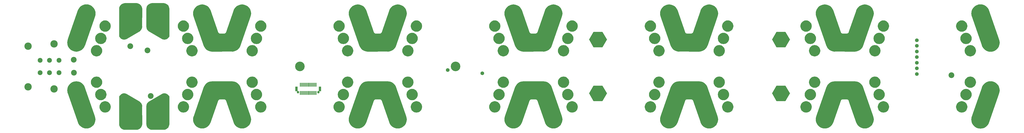
<source format=gts>
%FSDAX25Y25*%
%MOIN*%
%SFA1B1*%

%IPPOS*%
%ADD37R,0.041340X0.080710*%
%ADD38R,0.016140X0.069290*%
%ADD39C,0.100390*%
%ADD40C,0.043310*%
%ADD41C,0.084650*%
%ADD42C,0.064840*%
%ADD43C,0.127950*%
%ADD44C,0.167320*%
%ADD45C,0.064960*%
%LNbigstructuralpcb-1*%
%LPD*%
G36*
X0403117Y0287336D02*
X0404973Y0286773D01*
X0406683Y0285859*
X0408181Y0284629*
X0409411Y0283130*
X0410325Y0281420*
X0410888Y0279565*
X0411078Y0277635*
X0410888Y0275706*
X0410325Y0273851*
X0409411Y0272141*
X0408181Y0270642*
X0406683Y0269412*
X0404973Y0268498*
X0403117Y0267935*
X0401188Y0267745*
X0399258Y0267935*
X0397403Y0268498*
X0395693Y0269412*
X0394195Y0270642*
X0392965Y0272141*
X0392051Y0273851*
X0391488Y0275706*
X0391298Y0277635*
X0391488Y0279565*
X0392051Y0281420*
X0392965Y0283130*
X0394195Y0284629*
X0395693Y0285859*
X0397403Y0286773*
X0399258Y0287336*
X0401188Y0287526*
X0403117Y0287336*
G37*
G36*
X0236566D02*
X0238421Y0286773D01*
X0240131Y0285859*
X0241630Y0284629*
X0242860Y0283130*
X0243774Y0281420*
X0244336Y0279565*
X0244527Y0277635*
X0244336Y0275706*
X0243774Y0273851*
X0242860Y0272141*
X0241630Y0270642*
X0240131Y0269412*
X0238421Y0268498*
X0236566Y0267935*
X0234636Y0267745*
X0232707Y0267935*
X0230852Y0268498*
X0229142Y0269412*
X0227643Y0270642*
X0226413Y0272141*
X0225499Y0273851*
X0224936Y0275706*
X0224746Y0277635*
X0224936Y0279565*
X0225499Y0281420*
X0226413Y0283130*
X0227643Y0284629*
X0229142Y0285859*
X0230852Y0286773*
X0232707Y0287336*
X0234636Y0287526*
X0236566Y0287336*
G37*
G36*
X1797255Y0279203D02*
X1799695Y0278617D01*
X1802014Y0277657*
X1804154Y0276345*
X1806063Y0274715*
X1807693Y0272806*
X1809005Y0270666*
X1809965Y0268347*
X1810551Y0265907*
X1810748Y0263404*
X1810551Y0260902*
X1809965Y0258461*
X1809846Y0258173*
X1809820Y0258183*
X1809819*
X1809820*
X1809819Y0258181*
Y0258183*
Y0258181*
X1792213Y0207378*
X1792212Y0207377*
X1792213Y0207378*
Y0207377*
Y0207378*
X1792239Y0207367*
X1791398Y0205336*
X1790086Y0203196*
X1788456Y0201288*
X1786547Y0199657*
X1784407Y0198346*
X1782088Y0197386*
X1779648Y0196800*
X1777145Y0196603*
X1774643Y0196800*
X1772202Y0197386*
X1771914Y0197505*
X1769883Y0198346*
X1767743Y0199657*
X1765835Y0201288*
X1764204Y0203196*
X1762893Y0205336*
X1761933Y0207655*
X1761346Y0210096*
X1761150Y0212598*
X1761346Y0215101*
X1761933Y0217541*
X1762052Y0217829*
X1762078Y0217821*
Y0217820*
Y0217821*
X1779684Y0268625*
X1779685Y0268626*
X1779659Y0268635*
X1780500Y0270666*
X1781811Y0272806*
X1783442Y0274715*
X1785350Y0276345*
X1787490Y0277657*
X1789809Y0278617*
X1792250Y0279203*
X1794752Y0279400*
X1797255Y0279203*
G37*
G36*
X0779873Y0287336D02*
X0781729Y0286773D01*
X0783438Y0285859*
X0784937Y0284629*
X0786167Y0283130*
X0787081Y0281420*
X0787644Y0279565*
X0787834Y0277635*
X0787644Y0275706*
X0787081Y0273851*
X0786167Y0272141*
X0784937Y0270642*
X0783438Y0269412*
X0781729Y0268498*
X0779873Y0267935*
X0777944Y0267745*
X0776014Y0267935*
X0774159Y0268498*
X0772449Y0269412*
X0770950Y0270642*
X0769720Y0272141*
X0768806Y0273851*
X0768244Y0275706*
X0768053Y0277635*
X0768244Y0279565*
X0768806Y0281420*
X0769720Y0283130*
X0770950Y0284629*
X0772449Y0285859*
X0774159Y0286773*
X0776014Y0287336*
X0777944Y0287526*
X0779873Y0287336*
G37*
G36*
X0674771D02*
X0676626Y0286773D01*
X0678336Y0285859*
X0679835Y0284629*
X0681065Y0283130*
X0681979Y0281420*
X0682542Y0279565*
X0682732Y0277635*
X0682542Y0275706*
X0681979Y0273851*
X0681065Y0272141*
X0679835Y0270642*
X0678336Y0269412*
X0676626Y0268498*
X0674771Y0267935*
X0672842Y0267745*
X0670912Y0267935*
X0669057Y0268498*
X0667347Y0269412*
X0665848Y0270642*
X0664618Y0272141*
X0663704Y0273851*
X0663141Y0275706*
X0662952Y0277635*
X0663141Y0279565*
X0663704Y0281420*
X0664618Y0283130*
X0665848Y0284629*
X0667347Y0285859*
X0669057Y0286773*
X0670912Y0287336*
X0672842Y0287526*
X0674771Y0287336*
G37*
G36*
X0508219D02*
X0510075Y0286773D01*
X0511785Y0285859*
X0513283Y0284629*
X0514513Y0283130*
X0515427Y0281420*
X0515990Y0279565*
X0516180Y0277635*
X0515990Y0275706*
X0515427Y0273851*
X0514513Y0272141*
X0513283Y0270642*
X0511785Y0269412*
X0510075Y0268498*
X0508219Y0267935*
X0506290Y0267745*
X0504360Y0267935*
X0502505Y0268498*
X0500795Y0269412*
X0499297Y0270642*
X0498067Y0272141*
X0497153Y0273851*
X0496590Y0275706*
X0496400Y0277635*
X0496590Y0279565*
X0497153Y0281420*
X0498067Y0283130*
X0499297Y0284629*
X0500795Y0285859*
X0502505Y0286773*
X0504360Y0287336*
X0506290Y0287526*
X0508219Y0287336*
G37*
G36*
X1330649Y0265784D02*
X1332505Y0265221D01*
X1334215Y0264307*
X1335713Y0263077*
X1336943Y0261578*
X1337857Y0259869*
X1338420Y0258013*
X1338610Y0256084*
X1338420Y0254154*
X1337857Y0252299*
X1336943Y0250589*
X1335713Y0249090*
X1334215Y0247860*
X1332505Y0246946*
X1330649Y0246384*
X1328720Y0246194*
X1326791Y0246384*
X1324935Y0246946*
X1323225Y0247860*
X1321727Y0249090*
X1320497Y0250589*
X1319583Y0252299*
X1319020Y0254154*
X1318830Y0256084*
X1319020Y0258013*
X1319583Y0259869*
X1320497Y0261578*
X1321727Y0263077*
X1323225Y0264307*
X1324935Y0265221*
X1326791Y0265784*
X1328720Y0265974*
X1330649Y0265784*
G37*
G36*
X1210610D02*
X1212465Y0265221D01*
X1214175Y0264307*
X1215674Y0263077*
X1216904Y0261578*
X1217817Y0259869*
X1218380Y0258013*
X1218570Y0256084*
X1218380Y0254154*
X1217817Y0252299*
X1216904Y0250589*
X1215674Y0249090*
X1214175Y0247860*
X1212465Y0246946*
X1210610Y0246384*
X1208680Y0246194*
X1206751Y0246384*
X1204895Y0246946*
X1203185Y0247860*
X1201687Y0249090*
X1200457Y0250589*
X1199543Y0252299*
X1198980Y0254154*
X1198790Y0256084*
X1198980Y0258013*
X1199543Y0259869*
X1200457Y0261578*
X1201687Y0263077*
X1203185Y0264307*
X1204895Y0265221*
X1206751Y0265784*
X1208680Y0265974*
X1210610Y0265784*
G37*
G36*
X1058996D02*
X1060851Y0265221D01*
X1062561Y0264307*
X1064060Y0263077*
X1065290Y0261578*
X1066203Y0259869*
X1066766Y0258013*
X1066956Y0256084*
X1066766Y0254154*
X1066203Y0252299*
X1065290Y0250589*
X1064060Y0249090*
X1062561Y0247860*
X1060851Y0246946*
X1058996Y0246384*
X1057066Y0246194*
X1055137Y0246384*
X1053281Y0246946*
X1051572Y0247860*
X1050073Y0249090*
X1048843Y0250589*
X1047929Y0252299*
X1047366Y0254154*
X1047176Y0256084*
X1047366Y0258013*
X1047929Y0259869*
X1048843Y0261578*
X1050073Y0263077*
X1051572Y0264307*
X1053281Y0265221*
X1055137Y0265784*
X1057066Y0265974*
X1058996Y0265784*
G37*
G36*
X1753917D02*
X1755772Y0265221D01*
X1757482Y0264307*
X1758981Y0263077*
X1760211Y0261578*
X1761125Y0259869*
X1761688Y0258013*
X1761878Y0256084*
X1761688Y0254154*
X1761125Y0252299*
X1760211Y0250589*
X1758981Y0249090*
X1757482Y0247860*
X1755772Y0246946*
X1753917Y0246384*
X1751988Y0246194*
X1750058Y0246384*
X1748203Y0246946*
X1746493Y0247860*
X1744994Y0249090*
X1743764Y0250589*
X1742850Y0252299*
X1742287Y0254154*
X1742097Y0256084*
X1742287Y0258013*
X1742850Y0259869*
X1743764Y0261578*
X1744994Y0263077*
X1746493Y0264307*
X1748203Y0265221*
X1750058Y0265784*
X1751988Y0265974*
X1753917Y0265784*
G37*
G36*
X1602303D02*
X1604158Y0265221D01*
X1605868Y0264307*
X1607367Y0263077*
X1608597Y0261578*
X1609511Y0259869*
X1610074Y0258013*
X1610264Y0256084*
X1610074Y0254154*
X1609511Y0252299*
X1608597Y0250589*
X1607367Y0249090*
X1605868Y0247860*
X1604158Y0246946*
X1602303Y0246384*
X1600374Y0246194*
X1598444Y0246384*
X1596589Y0246946*
X1594879Y0247860*
X1593380Y0249090*
X1592150Y0250589*
X1591236Y0252299*
X1590674Y0254154*
X1590483Y0256084*
X1590674Y0258013*
X1591236Y0259869*
X1592150Y0261578*
X1593380Y0263077*
X1594879Y0264307*
X1596589Y0265221*
X1598444Y0265784*
X1600374Y0265974*
X1602303Y0265784*
G37*
G36*
X1482263D02*
X1484119Y0265221D01*
X1485829Y0264307*
X1487327Y0263077*
X1488557Y0261578*
X1489471Y0259869*
X1490034Y0258013*
X1490224Y0256084*
X1490034Y0254154*
X1489471Y0252299*
X1488557Y0250589*
X1487327Y0249090*
X1485829Y0247860*
X1484119Y0246946*
X1482263Y0246384*
X1480334Y0246194*
X1478404Y0246384*
X1476549Y0246946*
X1474839Y0247860*
X1473341Y0249090*
X1472110Y0250589*
X1471197Y0252299*
X1470634Y0254154*
X1470444Y0256084*
X1470634Y0258013*
X1471197Y0259869*
X1472110Y0261578*
X1473341Y0263077*
X1474839Y0264307*
X1476549Y0265221*
X1478404Y0265784*
X1480334Y0265974*
X1482263Y0265784*
G37*
G36*
X0473465Y0279006D02*
X0475876Y0278428D01*
X0478166Y0277479*
X0480279Y0276184*
X0482164Y0274574*
X0483774Y0272689*
X0485069Y0270576*
X0485900Y0268570*
X0485874Y0268561*
X0503507Y0217764*
X0503625Y0217480*
X0504203Y0215069*
X0504398Y0212598*
X0504203Y0210127*
X0503625Y0207717*
X0502676Y0205427*
X0501381Y0203313*
X0499771Y0201428*
X0497886Y0199819*
X0495773Y0198523*
X0493483Y0197575*
X0491072Y0196996*
X0488601Y0196801*
X0486130Y0196996*
X0483720Y0197575*
X0481430Y0198523*
X0479316Y0199819*
X0477431Y0201428*
X0475821Y0203313*
X0474526Y0205427*
X0473695Y0207433*
X0473721Y0207442*
X0460709Y0245011*
X0460422Y0245705*
X0459790Y0246527*
X0458968Y0247158*
X0458010Y0247555*
X0456983Y0247690*
Y0247656*
X0450495Y0247690*
X0449468Y0247555*
X0448510Y0247158*
X0447688Y0246527*
X0447056Y0245705*
X0446769Y0245011*
X0446775Y0245008*
X0433783Y0207433*
X0432952Y0205427*
X0431657Y0203313*
X0430047Y0201428*
X0428162Y0199819*
X0426048Y0198523*
X0423758Y0197575*
X0421348Y0196996*
X0418877Y0196801*
X0416406Y0196996*
X0413995Y0197575*
X0411705Y0198523*
X0409592Y0199819*
X0407707Y0201428*
X0406097Y0203313*
X0404802Y0205427*
X0403853Y0207717*
X0403275Y0210127*
X0403080Y0212598*
X0403275Y0215069*
X0403853Y0217480*
X0403971Y0217764*
X0403997Y0217755*
X0421604Y0268561*
X0421578Y0268570*
X0422409Y0270576*
X0423704Y0272689*
X0425314Y0274574*
X0427199Y0276184*
X0429312Y0277479*
X0431602Y0278428*
X0434013Y0279006*
X0436484Y0279201*
Y0279152*
X0470994Y0279201*
X0473465Y0279006*
G37*
G36*
X1761386Y0287336D02*
X1763241Y0286773D01*
X1764951Y0285859*
X1766450Y0284629*
X1767680Y0283130*
X1768594Y0281420*
X1769156Y0279565*
X1769347Y0277635*
X1769156Y0275706*
X1768594Y0273851*
X1767680Y0272141*
X1766450Y0270642*
X1764951Y0269412*
X1763241Y0268498*
X1761386Y0267935*
X1759456Y0267745*
X1757527Y0267935*
X1755672Y0268498*
X1753962Y0269412*
X1752463Y0270642*
X1751233Y0272141*
X1750319Y0273851*
X1749756Y0275706*
X1749566Y0277635*
X1749756Y0279565*
X1750319Y0281420*
X1751233Y0283130*
X1752463Y0284629*
X1753962Y0285859*
X1755672Y0286773*
X1757527Y0287336*
X1759456Y0287526*
X1761386Y0287336*
G37*
G36*
X1288426Y0279006D02*
X1290837Y0278428D01*
X1293127Y0277479*
X1295240Y0276184*
X1297125Y0274574*
X1298735Y0272689*
X1300030Y0270576*
X1300861Y0268570*
X1300835Y0268561*
X1318468Y0217764*
X1318586Y0217480*
X1319164Y0215069*
X1319359Y0212598*
X1319164Y0210127*
X1318586Y0207717*
X1317637Y0205427*
X1316342Y0203313*
X1314732Y0201428*
X1312847Y0199819*
X1310734Y0198523*
X1308444Y0197575*
X1306033Y0196996*
X1303562Y0196801*
X1301091Y0196996*
X1298681Y0197575*
X1296391Y0198523*
X1294277Y0199819*
X1292392Y0201428*
X1290782Y0203313*
X1289487Y0205427*
X1288656Y0207433*
X1288682Y0207442*
X1275670Y0245011*
X1275383Y0245705*
X1274751Y0246527*
X1273929Y0247158*
X1272971Y0247555*
X1271944Y0247690*
Y0247656*
X1265457Y0247690*
X1264429Y0247555*
X1263471Y0247158*
X1262649Y0246527*
X1262018Y0245705*
X1261730Y0245011*
X1261737Y0245008*
X1248744Y0207433*
X1247913Y0205427*
X1246618Y0203313*
X1245008Y0201428*
X1243123Y0199819*
X1241010Y0198523*
X1238719Y0197575*
X1236309Y0196996*
X1233838Y0196801*
X1231367Y0196996*
X1228956Y0197575*
X1226666Y0198523*
X1224553Y0199819*
X1222668Y0201428*
X1221058Y0203313*
X1219763Y0205427*
X1218814Y0207717*
X1218236Y0210127*
X1218041Y0212598*
X1218236Y0215069*
X1218814Y0217480*
X1218932Y0217764*
X1218958Y0217755*
X1236565Y0268561*
X1236539Y0268570*
X1237370Y0270576*
X1238665Y0272689*
X1240275Y0274574*
X1242160Y0276184*
X1244273Y0277479*
X1246563Y0278428*
X1248974Y0279006*
X1251445Y0279201*
Y0279152*
X1285955Y0279201*
X1288426Y0279006*
G37*
G36*
X1016773D02*
X1019183Y0278428D01*
X1021473Y0277479*
X1023587Y0276184*
X1025472Y0274574*
X1027081Y0272689*
X1028377Y0270576*
X1029207Y0268570*
X1029181Y0268561*
X1046814Y0217764*
X1046932Y0217480*
X1047511Y0215069*
X1047705Y0212598*
X1047511Y0210127*
X1046932Y0207717*
X1045984Y0205427*
X1044688Y0203313*
X1043079Y0201428*
X1041194Y0199819*
X1039080Y0198523*
X1036790Y0197575*
X1034380Y0196996*
X1031909Y0196801*
X1029437Y0196996*
X1027027Y0197575*
X1024737Y0198523*
X1022623Y0199819*
X1020739Y0201428*
X1019129Y0203313*
X1017834Y0205427*
X1017003Y0207433*
X1017029Y0207442*
X1004016Y0245011*
X1003729Y0245705*
X1003098Y0246527*
X1002275Y0247158*
X1001318Y0247555*
X1000290Y0247690*
Y0247656*
X0993803Y0247690*
X0992775Y0247555*
X0991817Y0247158*
X0990995Y0246527*
X0990364Y0245705*
X0990076Y0245011*
X0990083Y0245008*
X0977090Y0207433*
X0976259Y0205427*
X0974964Y0203313*
X0973354Y0201428*
X0971469Y0199819*
X0969356Y0198523*
X0967066Y0197575*
X0964655Y0196996*
X0962184Y0196801*
X0959713Y0196996*
X0957303Y0197575*
X0955013Y0198523*
X0952899Y0199819*
X0951014Y0201428*
X0949404Y0203313*
X0948109Y0205427*
X0947161Y0207717*
X0946582Y0210127*
X0946387Y0212598*
X0946582Y0215069*
X0947161Y0217480*
X0947278Y0217764*
X0947304Y0217755*
X0964911Y0268561*
X0964885Y0268570*
X0965716Y0270576*
X0967011Y0272689*
X0968621Y0274574*
X0970506Y0276184*
X0972620Y0277479*
X0974910Y0278428*
X0977320Y0279006*
X0979791Y0279201*
Y0279152*
X1014302Y0279201*
X1016773Y0279006*
G37*
G36*
X0745119D02*
X0747529Y0278428D01*
X0749820Y0277479*
X0751933Y0276184*
X0753818Y0274574*
X0755428Y0272689*
X0756723Y0270576*
X0757554Y0268570*
X0757528Y0268561*
X0775161Y0217764*
X0775278Y0217480*
X0775857Y0215069*
X0776052Y0212598*
X0775857Y0210127*
X0775278Y0207717*
X0774330Y0205427*
X0773035Y0203313*
X0771425Y0201428*
X0769540Y0199819*
X0767426Y0198523*
X0765136Y0197575*
X0762726Y0196996*
X0760255Y0196801*
X0757784Y0196996*
X0755373Y0197575*
X0753083Y0198523*
X0750970Y0199819*
X0749085Y0201428*
X0747475Y0203313*
X0746180Y0205427*
X0745349Y0207433*
X0745375Y0207442*
X0732363Y0245011*
X0732075Y0245705*
X0731444Y0246527*
X0730622Y0247158*
X0729664Y0247555*
X0728636Y0247690*
Y0247656*
X0722149Y0247690*
X0721121Y0247555*
X0720164Y0247158*
X0719341Y0246527*
X0718710Y0245705*
X0718423Y0245011*
X0718429Y0245008*
X0705436Y0207433*
X0704605Y0205427*
X0703310Y0203313*
X0701700Y0201428*
X0699816Y0199819*
X0697702Y0198523*
X0695412Y0197575*
X0693002Y0196996*
X0690530Y0196801*
X0688059Y0196996*
X0685649Y0197575*
X0683359Y0198523*
X0681245Y0199819*
X0679360Y0201428*
X0677751Y0203313*
X0676455Y0205427*
X0675507Y0207717*
X0674928Y0210127*
X0674734Y0212598*
X0674928Y0215069*
X0675507Y0217480*
X0675625Y0217764*
X0675651Y0217755*
X0693258Y0268561*
X0693232Y0268570*
X0694063Y0270576*
X0695358Y0272689*
X0696968Y0274574*
X0698852Y0276184*
X0700966Y0277479*
X0703256Y0278428*
X0705666Y0279006*
X0708138Y0279201*
Y0279152*
X0742648Y0279201*
X0745119Y0279006*
G37*
G36*
X1218079Y0287336D02*
X1219934Y0286773D01*
X1221644Y0285859*
X1223142Y0284629*
X1224372Y0283130*
X1225286Y0281420*
X1225849Y0279565*
X1226039Y0277635*
X1225849Y0275706*
X1225286Y0273851*
X1224372Y0272141*
X1223142Y0270642*
X1221644Y0269412*
X1219934Y0268498*
X1218079Y0267935*
X1216149Y0267745*
X1214220Y0267935*
X1212364Y0268498*
X1210654Y0269412*
X1209156Y0270642*
X1207926Y0272141*
X1207012Y0273851*
X1206449Y0275706*
X1206259Y0277635*
X1206449Y0279565*
X1207012Y0281420*
X1207926Y0283130*
X1209156Y0284629*
X1210654Y0285859*
X1212364Y0286773*
X1214220Y0287336*
X1216149Y0287526*
X1218079Y0287336*
G37*
G36*
X1051527D02*
X1053382Y0286773D01*
X1055092Y0285859*
X1056591Y0284629*
X1057821Y0283130*
X1058735Y0281420*
X1059297Y0279565*
X1059488Y0277635*
X1059297Y0275706*
X1058735Y0273851*
X1057821Y0272141*
X1056591Y0270642*
X1055092Y0269412*
X1053382Y0268498*
X1051527Y0267935*
X1049597Y0267745*
X1047668Y0267935*
X1045813Y0268498*
X1044103Y0269412*
X1042604Y0270642*
X1041374Y0272141*
X1040460Y0273851*
X1039897Y0275706*
X1039707Y0277635*
X1039897Y0279565*
X1040460Y0281420*
X1041374Y0283130*
X1042604Y0284629*
X1044103Y0285859*
X1045813Y0286773*
X1047668Y0287336*
X1049597Y0287526*
X1051527Y0287336*
G37*
G36*
X0946425D02*
X0948280Y0286773D01*
X0949990Y0285859*
X0951489Y0284629*
X0952719Y0283130*
X0953633Y0281420*
X0954195Y0279565*
X0954385Y0277635*
X0954195Y0275706*
X0953633Y0273851*
X0952719Y0272141*
X0951489Y0270642*
X0949990Y0269412*
X0948280Y0268498*
X0946425Y0267935*
X0944495Y0267745*
X0942566Y0267935*
X0940711Y0268498*
X0939001Y0269412*
X0937502Y0270642*
X0936272Y0272141*
X0935358Y0273851*
X0934795Y0275706*
X0934605Y0277635*
X0934795Y0279565*
X0935358Y0281420*
X0936272Y0283130*
X0937502Y0284629*
X0939001Y0285859*
X0940711Y0286773*
X0942566Y0287336*
X0944495Y0287526*
X0946425Y0287336*
G37*
G36*
X1594834D02*
X1596690Y0286773D01*
X1598399Y0285859*
X1599898Y0284629*
X1601128Y0283130*
X1602042Y0281420*
X1602605Y0279565*
X1602795Y0277635*
X1602605Y0275706*
X1602042Y0273851*
X1601128Y0272141*
X1599898Y0270642*
X1598399Y0269412*
X1596690Y0268498*
X1594834Y0267935*
X1592905Y0267745*
X1590975Y0267935*
X1589120Y0268498*
X1587410Y0269412*
X1585911Y0270642*
X1584681Y0272141*
X1583768Y0273851*
X1583205Y0275706*
X1583015Y0277635*
X1583205Y0279565*
X1583768Y0281420*
X1584681Y0283130*
X1585911Y0284629*
X1587410Y0285859*
X1589120Y0286773*
X1590975Y0287336*
X1592905Y0287526*
X1594834Y0287336*
G37*
G36*
X1489732D02*
X1491588Y0286773D01*
X1493297Y0285859*
X1494796Y0284629*
X1496026Y0283130*
X1496940Y0281420*
X1497503Y0279565*
X1497693Y0277635*
X1497503Y0275706*
X1496940Y0273851*
X1496026Y0272141*
X1494796Y0270642*
X1493297Y0269412*
X1491588Y0268498*
X1489732Y0267935*
X1487803Y0267745*
X1485873Y0267935*
X1484018Y0268498*
X1482308Y0269412*
X1480809Y0270642*
X1479579Y0272141*
X1478665Y0273851*
X1478103Y0275706*
X1477913Y0277635*
X1478103Y0279565*
X1478665Y0281420*
X1479579Y0283130*
X1480809Y0284629*
X1482308Y0285859*
X1484018Y0286773*
X1485873Y0287336*
X1487803Y0287526*
X1489732Y0287336*
G37*
G36*
X1323181D02*
X1325036Y0286773D01*
X1326746Y0285859*
X1328244Y0284629*
X1329474Y0283130*
X1330388Y0281420*
X1330951Y0279565*
X1331141Y0277635*
X1330951Y0275706*
X1330388Y0273851*
X1329474Y0272141*
X1328244Y0270642*
X1326746Y0269412*
X1325036Y0268498*
X1323181Y0267935*
X1321251Y0267745*
X1319322Y0267935*
X1317466Y0268498*
X1315756Y0269412*
X1314258Y0270642*
X1313028Y0272141*
X1312114Y0273851*
X1311551Y0275706*
X1311361Y0277635*
X1311551Y0279565*
X1312114Y0281420*
X1313028Y0283130*
X1314258Y0284629*
X1315756Y0285859*
X1317466Y0286773*
X1319322Y0287336*
X1321251Y0287526*
X1323181Y0287336*
G37*
G36*
X0938956Y0265784D02*
X0940811Y0265221D01*
X0942521Y0264307*
X0944020Y0263077*
X0945250Y0261578*
X0946164Y0259869*
X0946727Y0258013*
X0946917Y0256084*
X0946727Y0254154*
X0946164Y0252299*
X0945250Y0250589*
X0944020Y0249090*
X0942521Y0247860*
X0940811Y0246946*
X0938956Y0246384*
X0937027Y0246194*
X0935097Y0246384*
X0933242Y0246946*
X0931532Y0247860*
X0930033Y0249090*
X0928803Y0250589*
X0927889Y0252299*
X0927326Y0254154*
X0927136Y0256084*
X0927326Y0258013*
X0927889Y0259869*
X0928803Y0261578*
X0930033Y0263077*
X0931532Y0264307*
X0933242Y0265221*
X0935097Y0265784*
X0937027Y0265974*
X0938956Y0265784*
G37*
G36*
X0931487Y0244232D02*
X0933342Y0243669D01*
X0935052Y0242755*
X0936551Y0241525*
X0937781Y0240027*
X0938695Y0238317*
X0939258Y0236461*
X0939448Y0234532*
X0939258Y0232603*
X0938695Y0230747*
X0937781Y0229037*
X0936551Y0227538*
X0935052Y0226309*
X0933342Y0225395*
X0931487Y0224832*
X0929558Y0224642*
X0927628Y0224832*
X0925773Y0225395*
X0924063Y0226309*
X0922564Y0227538*
X0921334Y0229037*
X0920420Y0230747*
X0919858Y0232603*
X0919668Y0234532*
X0919858Y0236461*
X0920420Y0238317*
X0921334Y0240027*
X0922564Y0241525*
X0924063Y0242755*
X0925773Y0243669*
X0927628Y0244232*
X0929558Y0244422*
X0931487Y0244232*
G37*
G36*
X0794811D02*
X0796666Y0243669D01*
X0798376Y0242755*
X0799875Y0241525*
X0801105Y0240027*
X0802019Y0238317*
X0802582Y0236461*
X0802771Y0234532*
X0802582Y0232603*
X0802019Y0230747*
X0801105Y0229037*
X0799875Y0227538*
X0798376Y0226309*
X0796666Y0225395*
X0794811Y0224832*
X0792881Y0224642*
X0790952Y0224832*
X0789097Y0225395*
X0787387Y0226309*
X0785888Y0227538*
X0784658Y0229037*
X0783744Y0230747*
X0783181Y0232603*
X0782991Y0234532*
X0783181Y0236461*
X0783744Y0238317*
X0784658Y0240027*
X0785888Y0241525*
X0787387Y0242755*
X0789097Y0243669*
X0790952Y0244232*
X0792881Y0244422*
X0794811Y0244232*
G37*
G36*
X0659833D02*
X0661689Y0243669D01*
X0663399Y0242755*
X0664897Y0241525*
X0666127Y0240027*
X0667041Y0238317*
X0667604Y0236461*
X0667794Y0234532*
X0667604Y0232603*
X0667041Y0230747*
X0666127Y0229037*
X0664897Y0227538*
X0663399Y0226309*
X0661689Y0225395*
X0659833Y0224832*
X0657904Y0224642*
X0655974Y0224832*
X0654119Y0225395*
X0652409Y0226309*
X0650911Y0227538*
X0649681Y0229037*
X0648767Y0230747*
X0648204Y0232603*
X0648014Y0234532*
X0648204Y0236461*
X0648767Y0238317*
X0649681Y0240027*
X0650911Y0241525*
X0652409Y0242755*
X0654119Y0243669*
X0655974Y0244232*
X0657904Y0244422*
X0659833Y0244232*
G37*
G36*
X1338118D02*
X1339974Y0243669D01*
X1341683Y0242755*
X1343182Y0241525*
X1344412Y0240027*
X1345326Y0238317*
X1345889Y0236461*
X1346079Y0234532*
X1345889Y0232603*
X1345326Y0230747*
X1344412Y0229037*
X1343182Y0227538*
X1341683Y0226309*
X1339974Y0225395*
X1338118Y0224832*
X1336189Y0224642*
X1334259Y0224832*
X1332404Y0225395*
X1330694Y0226309*
X1329195Y0227538*
X1327965Y0229037*
X1327051Y0230747*
X1326489Y0232603*
X1326299Y0234532*
X1326489Y0236461*
X1327051Y0238317*
X1327965Y0240027*
X1329195Y0241525*
X1330694Y0242755*
X1332404Y0243669*
X1334259Y0244232*
X1336189Y0244422*
X1338118Y0244232*
G37*
G36*
X1203141D02*
X1204996Y0243669D01*
X1206706Y0242755*
X1208205Y0241525*
X1209435Y0240027*
X1210349Y0238317*
X1210911Y0236461*
X1211102Y0234532*
X1210911Y0232603*
X1210349Y0230747*
X1209435Y0229037*
X1208205Y0227538*
X1206706Y0226309*
X1204996Y0225395*
X1203141Y0224832*
X1201211Y0224642*
X1199282Y0224832*
X1197427Y0225395*
X1195717Y0226309*
X1194218Y0227538*
X1192988Y0229037*
X1192074Y0230747*
X1191511Y0232603*
X1191321Y0234532*
X1191511Y0236461*
X1192074Y0238317*
X1192988Y0240027*
X1194218Y0241525*
X1195717Y0242755*
X1197427Y0243669*
X1199282Y0244232*
X1201211Y0244422*
X1203141Y0244232*
G37*
G36*
X1066465D02*
X1068320Y0243669D01*
X1070030Y0242755*
X1071528Y0241525*
X1072758Y0240027*
X1073672Y0238317*
X1074235Y0236461*
X1074425Y0234532*
X1074235Y0232603*
X1073672Y0230747*
X1072758Y0229037*
X1071528Y0227538*
X1070030Y0226309*
X1068320Y0225395*
X1066465Y0224832*
X1064535Y0224642*
X1062606Y0224832*
X1060750Y0225395*
X1059040Y0226309*
X1057542Y0227538*
X1056312Y0229037*
X1055398Y0230747*
X1054835Y0232603*
X1054645Y0234532*
X1054835Y0236461*
X1055398Y0238317*
X1056312Y0240027*
X1057542Y0241525*
X1059040Y0242755*
X1060750Y0243669*
X1062606Y0244232*
X1064535Y0244422*
X1066465Y0244232*
G37*
G36*
X0201812Y0279006D02*
X0204222Y0278428D01*
X0206512Y0277479*
X0208626Y0276184*
X0210510Y0274574*
X0212120Y0272689*
X0213416Y0270576*
X0214246Y0268570*
X0214220Y0268561*
X0231853Y0217764*
X0231971Y0217480*
X0232550Y0215069*
X0232744Y0212598*
X0232550Y0210127*
X0231971Y0207717*
X0231022Y0205427*
X0229727Y0203313*
X0228117Y0201428*
X0226233Y0199819*
X0224119Y0198523*
X0221829Y0197575*
X0219419Y0196996*
X0216947Y0196801*
X0214476Y0196996*
X0212066Y0197575*
X0209776Y0198523*
X0207662Y0199819*
X0205778Y0201428*
X0204168Y0203313*
X0202872Y0205427*
X0202042Y0207433*
X0202068Y0207442*
X0184435Y0258239*
X0184317Y0258523*
X0183738Y0260933*
X0183544Y0263404*
X0183738Y0265875*
X0184317Y0268286*
X0185266Y0270576*
X0186561Y0272689*
X0188171Y0274574*
X0190055Y0276184*
X0192169Y0277479*
X0194459Y0278428*
X0196869Y0279006*
X0199340Y0279201*
X0201812Y0279006*
G37*
G36*
X0284254Y0258120D02*
X0286184Y0257534D01*
X0287368Y0256901*
X0287365Y0256896*
X0309160Y0244313*
X0309163Y0244318*
X0309757Y0244000*
X0311315Y0242721*
X0312595Y0241163*
X0313545Y0239384*
X0314130Y0237455*
X0314328Y0235448*
X0314278*
X0314328Y0204724*
X0314130Y0202718*
X0313545Y0200788*
X0312595Y0199010*
X0311315Y0197451*
X0309757Y0196172*
X0307978Y0195221*
X0306049Y0194636*
X0304042Y0194439*
Y0194488*
X0284357Y0194439*
X0282350Y0194636*
X0280421Y0195221*
X0278643Y0196172*
X0277084Y0197451*
X0275805Y0199010*
X0274854Y0200788*
X0274269Y0202718*
X0274071Y0204724*
X0274121*
X0274116Y0252560*
X0274750Y0253746*
X0276029Y0255305*
X0277588Y0256584*
X0279366Y0257534*
X0281296Y0258120*
X0282774Y0258265*
X0282775*
X0284254Y0258120*
G37*
G36*
X0523157Y0244232D02*
X0525012Y0243669D01*
X0526722Y0242755*
X0528221Y0241525*
X0529451Y0240027*
X0530365Y0238317*
X0530928Y0236461*
X0531118Y0234532*
X0530928Y0232603*
X0530365Y0230747*
X0529451Y0229037*
X0528221Y0227538*
X0526722Y0226309*
X0525012Y0225395*
X0523157Y0224832*
X0521228Y0224642*
X0519298Y0224832*
X0517443Y0225395*
X0515733Y0226309*
X0514234Y0227538*
X0513004Y0229037*
X0512090Y0230747*
X0511528Y0232603*
X0511338Y0234532*
X0511528Y0236461*
X0512090Y0238317*
X0513004Y0240027*
X0514234Y0241525*
X0515733Y0242755*
X0517443Y0243669*
X0519298Y0244232*
X0521228Y0244422*
X0523157Y0244232*
G37*
G36*
X0388180D02*
X0390035Y0243669D01*
X0391745Y0242755*
X0393244Y0241525*
X0394474Y0240027*
X0395388Y0238317*
X0395950Y0236461*
X0396141Y0234532*
X0395950Y0232603*
X0395388Y0230747*
X0394474Y0229037*
X0393244Y0227538*
X0391745Y0226309*
X0390035Y0225395*
X0388180Y0224832*
X0386250Y0224642*
X0384321Y0224832*
X0382466Y0225395*
X0380756Y0226309*
X0379257Y0227538*
X0378027Y0229037*
X0377113Y0230747*
X0376550Y0232603*
X0376360Y0234532*
X0376550Y0236461*
X0377113Y0238317*
X0378027Y0240027*
X0379257Y0241525*
X0380756Y0242755*
X0382466Y0243669*
X0384321Y0244232*
X0386250Y0244422*
X0388180Y0244232*
G37*
G36*
X0395649Y0265784D02*
X0397504Y0265221D01*
X0399214Y0264307*
X0400712Y0263077*
X0401942Y0261578*
X0402856Y0259869*
X0403419Y0258013*
X0403609Y0256084*
X0403419Y0254154*
X0402856Y0252299*
X0401942Y0250589*
X0400712Y0249090*
X0399214Y0247860*
X0397504Y0246946*
X0395649Y0246384*
X0393719Y0246194*
X0391790Y0246384*
X0389934Y0246946*
X0388225Y0247860*
X0386726Y0249090*
X0385496Y0250589*
X0384582Y0252299*
X0384019Y0254154*
X0383829Y0256084*
X0384019Y0258013*
X0384582Y0259869*
X0385496Y0261578*
X0386726Y0263077*
X0388225Y0264307*
X0389934Y0265221*
X0391790Y0265784*
X0393719Y0265974*
X0395649Y0265784*
G37*
G36*
X0244035D02*
X0245890Y0265221D01*
X0247600Y0264307*
X0249098Y0263077*
X0250328Y0261578*
X0251242Y0259869*
X0251805Y0258013*
X0251995Y0256084*
X0251805Y0254154*
X0251242Y0252299*
X0250328Y0250589*
X0249098Y0249090*
X0247600Y0247860*
X0245890Y0246946*
X0244035Y0246384*
X0242105Y0246194*
X0240176Y0246384*
X0238320Y0246946*
X0236611Y0247860*
X0235112Y0249090*
X0233882Y0250589*
X0232968Y0252299*
X0232405Y0254154*
X0232215Y0256084*
X0232405Y0258013*
X0232968Y0259869*
X0233882Y0261578*
X0235112Y0263077*
X0236611Y0264307*
X0238320Y0265221*
X0240176Y0265784*
X0242105Y0265974*
X0244035Y0265784*
G37*
G36*
X1444716Y0258071D02*
X1436885Y0244508D01*
X1421224*
X1413394Y0258071*
X1421224Y0271634*
X1436885*
X1444716Y0258071*
G37*
G36*
X0787342Y0265784D02*
X0789197Y0265221D01*
X0790907Y0264307*
X0792406Y0263077*
X0793636Y0261578*
X0794550Y0259869*
X0795113Y0258013*
X0795303Y0256084*
X0795113Y0254154*
X0794550Y0252299*
X0793636Y0250589*
X0792406Y0249090*
X0790907Y0247860*
X0789197Y0246946*
X0787342Y0246384*
X0785413Y0246194*
X0783483Y0246384*
X0781628Y0246946*
X0779918Y0247860*
X0778419Y0249090*
X0777189Y0250589*
X0776275Y0252299*
X0775712Y0254154*
X0775522Y0256084*
X0775712Y0258013*
X0776275Y0259869*
X0777189Y0261578*
X0778419Y0263077*
X0779918Y0264307*
X0781628Y0265221*
X0783483Y0265784*
X0785413Y0265974*
X0787342Y0265784*
G37*
G36*
X0667302D02*
X0669158Y0265221D01*
X0670867Y0264307*
X0672366Y0263077*
X0673596Y0261578*
X0674510Y0259869*
X0675073Y0258013*
X0675263Y0256084*
X0675073Y0254154*
X0674510Y0252299*
X0673596Y0250589*
X0672366Y0249090*
X0670867Y0247860*
X0669158Y0246946*
X0667302Y0246384*
X0665373Y0246194*
X0663443Y0246384*
X0661588Y0246946*
X0659878Y0247860*
X0658379Y0249090*
X0657150Y0250589*
X0656236Y0252299*
X0655673Y0254154*
X0655483Y0256084*
X0655673Y0258013*
X0656236Y0259869*
X0657150Y0261578*
X0658379Y0263077*
X0659878Y0264307*
X0661588Y0265221*
X0663443Y0265784*
X0665373Y0265974*
X0667302Y0265784*
G37*
G36*
X0515688D02*
X0517544Y0265221D01*
X0519253Y0264307*
X0520752Y0263077*
X0521982Y0261578*
X0522896Y0259869*
X0523459Y0258013*
X0523649Y0256084*
X0523459Y0254154*
X0522896Y0252299*
X0521982Y0250589*
X0520752Y0249090*
X0519253Y0247860*
X0517544Y0246946*
X0515688Y0246384*
X0513759Y0246194*
X0511829Y0246384*
X0509974Y0246946*
X0508264Y0247860*
X0506766Y0249090*
X0505536Y0250589*
X0504622Y0252299*
X0504059Y0254154*
X0503869Y0256084*
X0504059Y0258013*
X0504622Y0259869*
X0505536Y0261578*
X0506766Y0263077*
X0508264Y0264307*
X0509974Y0265221*
X0511829Y0265784*
X0513759Y0265974*
X0515688Y0265784*
G37*
G36*
X1746448Y0244232D02*
X1748304Y0243669D01*
X1750013Y0242755*
X1751512Y0241525*
X1752742Y0240027*
X1753656Y0238317*
X1754219Y0236461*
X1754409Y0234532*
X1754219Y0232603*
X1753656Y0230747*
X1752742Y0229037*
X1751512Y0227538*
X1750013Y0226309*
X1748304Y0225395*
X1746448Y0224832*
X1744519Y0224642*
X1742589Y0224832*
X1740734Y0225395*
X1739024Y0226309*
X1737525Y0227538*
X1736295Y0229037*
X1735381Y0230747*
X1734819Y0232603*
X1734629Y0234532*
X1734819Y0236461*
X1735381Y0238317*
X1736295Y0240027*
X1737525Y0241525*
X1739024Y0242755*
X1740734Y0243669*
X1742589Y0244232*
X1744519Y0244422*
X1746448Y0244232*
G37*
G36*
X1609772D02*
X1611627Y0243669D01*
X1613337Y0242755*
X1614836Y0241525*
X1616066Y0240027*
X1616980Y0238317*
X1617542Y0236461*
X1617733Y0234532*
X1617542Y0232603*
X1616980Y0230747*
X1616066Y0229037*
X1614836Y0227538*
X1613337Y0226309*
X1611627Y0225395*
X1609772Y0224832*
X1607842Y0224642*
X1605913Y0224832*
X1604058Y0225395*
X1602348Y0226309*
X1600849Y0227538*
X1599619Y0229037*
X1598705Y0230747*
X1598142Y0232603*
X1597952Y0234532*
X1598142Y0236461*
X1598705Y0238317*
X1599619Y0240027*
X1600849Y0241525*
X1602348Y0242755*
X1604058Y0243669*
X1605913Y0244232*
X1607842Y0244422*
X1609772Y0244232*
G37*
G36*
X1474794D02*
X1476650Y0243669D01*
X1478360Y0242755*
X1479858Y0241525*
X1481088Y0240027*
X1482002Y0238317*
X1482565Y0236461*
X1482755Y0234532*
X1482565Y0232603*
X1482002Y0230747*
X1481088Y0229037*
X1479858Y0227538*
X1478360Y0226309*
X1476650Y0225395*
X1474794Y0224832*
X1472865Y0224642*
X1470936Y0224832*
X1469080Y0225395*
X1467370Y0226309*
X1465872Y0227538*
X1464642Y0229037*
X1463728Y0230747*
X1463165Y0232603*
X1462975Y0234532*
X1463165Y0236461*
X1463728Y0238317*
X1464642Y0240027*
X1465872Y0241525*
X1467370Y0242755*
X1469080Y0243669*
X1470936Y0244232*
X1472865Y0244422*
X1474794Y0244232*
G37*
G36*
X1125424Y0258071D02*
X1117594Y0244508D01*
X1101933*
X1094102Y0258071*
X1101933Y0271634*
X1117594*
X1125424Y0258071*
G37*
G36*
X0354529Y0258120D02*
X0356458Y0257534D01*
X0358237Y0256584*
X0359795Y0255305*
X0361074Y0253746*
X0361708Y0252560*
X0361703Y0204724*
X0361753*
X0361555Y0202718*
X0360970Y0200788*
X0360019Y0199010*
X0358740Y0197451*
X0357182Y0196172*
X0355403Y0195221*
X0353474Y0194636*
X0351467Y0194439*
X0331782Y0194488*
Y0194439*
X0329775Y0194636*
X0327846Y0195221*
X0326068Y0196172*
X0324509Y0197451*
X0323230Y0199010*
X0322279Y0200788*
X0321694Y0202718*
X0321496Y0204724*
X0321546Y0235448*
X0321496*
X0321694Y0237455*
X0322279Y0239384*
X0323230Y0241163*
X0324509Y0242721*
X0326068Y0244000*
X0326661Y0244318*
X0326664Y0244313*
X0348459Y0256896*
X0348456Y0256901*
X0349641Y0257534*
X0351570Y0258120*
X0353049Y0258265*
X0353050*
X0354529Y0258120*
G37*
G36*
X0251503Y0244232D02*
X0253359Y0243669D01*
X0255069Y0242755*
X0256567Y0241525*
X0257797Y0240027*
X0258711Y0238317*
X0259274Y0236461*
X0259464Y0234532*
X0259274Y0232603*
X0258711Y0230747*
X0257797Y0229037*
X0256567Y0227538*
X0255069Y0226309*
X0253359Y0225395*
X0251503Y0224832*
X0249574Y0224642*
X0247644Y0224832*
X0245789Y0225395*
X0244079Y0226309*
X0242581Y0227538*
X0241351Y0229037*
X0240437Y0230747*
X0239874Y0232603*
X0239684Y0234532*
X0239874Y0236461*
X0240437Y0238317*
X0241351Y0240027*
X0242581Y0241525*
X0244079Y0242755*
X0245789Y0243669*
X0247644Y0244232*
X0249574Y0244422*
X0251503Y0244232*
G37*
G36*
X1560080Y0279006D02*
X1562490Y0278428D01*
X1564781Y0277479*
X1566894Y0276184*
X1568779Y0274574*
X1570389Y0272689*
X1571684Y0270576*
X1572515Y0268570*
X1572489Y0268561*
X1590096Y0217755*
X1590122Y0217764*
X1590240Y0217480*
X1590818Y0215069*
X1591013Y0212598*
X1590818Y0210127*
X1590240Y0207717*
X1589291Y0205427*
X1587996Y0203313*
X1586386Y0201428*
X1584501Y0199819*
X1582388Y0198523*
X1580097Y0197575*
X1577687Y0196996*
X1575216Y0196801*
X1572745Y0196996*
X1570334Y0197575*
X1568044Y0198523*
X1565931Y0199819*
X1564046Y0201428*
X1562436Y0203313*
X1561141Y0205427*
X1560310Y0207433*
X1547317Y0245008*
X1547324Y0245011*
X1547036Y0245705*
X1546405Y0246527*
X1545583Y0247158*
X1544625Y0247555*
X1543597Y0247690*
X1537110Y0247656*
Y0247690*
X1536082Y0247555*
X1535125Y0247158*
X1534302Y0246527*
X1533671Y0245705*
X1533384Y0245011*
X1520371Y0207442*
X1520397Y0207433*
X1519567Y0205427*
X1518271Y0203313*
X1516662Y0201428*
X1514777Y0199819*
X1512663Y0198523*
X1510373Y0197575*
X1507963Y0196996*
X1505492Y0196801*
X1503020Y0196996*
X1500610Y0197575*
X1498320Y0198523*
X1496206Y0199819*
X1494322Y0201428*
X1492712Y0203313*
X1491417Y0205427*
X1490468Y0207717*
X1489889Y0210127*
X1489695Y0212598*
X1489889Y0215069*
X1490468Y0217480*
X1490586Y0217764*
X1508219Y0268561*
X1508193Y0268570*
X1509023Y0270576*
X1510319Y0272689*
X1511929Y0274574*
X1513813Y0276184*
X1515927Y0277479*
X1518217Y0278428*
X1520627Y0279006*
X1523098Y0279201*
X1557609Y0279152*
Y0279201*
X1560080Y0279006*
G37*
G36*
X0388180Y0385404D02*
X0390035Y0384841D01*
X0391745Y0383927*
X0393244Y0382698*
X0394474Y0381199*
X0395388Y0379489*
X0395950Y0377634*
X0396141Y0375704*
X0395950Y0373775*
X0395388Y0371919*
X0394474Y0370210*
X0393244Y0368711*
X0391745Y0367481*
X0390035Y0366567*
X0388180Y0366004*
X0386250Y0365814*
X0384321Y0366004*
X0382466Y0366567*
X0380756Y0367481*
X0379257Y0368711*
X0378027Y0370210*
X0377113Y0371919*
X0376550Y0373775*
X0376360Y0375704*
X0376550Y0377634*
X0377113Y0379489*
X0378027Y0381199*
X0379257Y0382698*
X0380756Y0383927*
X0382466Y0384841*
X0384321Y0385404*
X0386250Y0385594*
X0388180Y0385404*
G37*
G36*
X1577687Y0413240D02*
X1580097Y0412661D01*
X1582388Y0411713*
X1584501Y0410418*
X1586386Y0408808*
X1587996Y0406923*
X1589291Y0404809*
X1590240Y0402519*
X1590818Y0400109*
X1591013Y0397638*
X1590818Y0395167*
X1590240Y0392756*
X1590122Y0392472*
X1572489Y0341675*
X1572515Y0341666*
X1571684Y0339660*
X1570389Y0337547*
X1568779Y0335662*
X1566894Y0334052*
X1564781Y0332757*
X1562490Y0331808*
X1560080Y0331230*
X1557609Y0331035*
X1523098Y0331084*
Y0331035*
X1520627Y0331230*
X1518217Y0331808*
X1515927Y0332757*
X1513813Y0334052*
X1511929Y0335662*
X1510319Y0337547*
X1509023Y0339660*
X1508193Y0341666*
X1508219Y0341675*
X1490612Y0392481*
X1490586Y0392472*
X1490468Y0392756*
X1489889Y0395167*
X1489695Y0397638*
X1489889Y0400109*
X1490468Y0402519*
X1491417Y0404809*
X1492712Y0406923*
X1494322Y0408808*
X1496206Y0410418*
X1498320Y0411713*
X1500610Y0412661*
X1503020Y0413240*
X1505492Y0413435*
X1507963Y0413240*
X1510373Y0412661*
X1512663Y0411713*
X1514777Y0410418*
X1516662Y0408808*
X1518271Y0406923*
X1519567Y0404809*
X1520397Y0402803*
X1533390Y0365228*
X1533384Y0365226*
X1533671Y0364531*
X1534302Y0363709*
X1535125Y0363078*
X1536082Y0362681*
X1537110Y0362546*
X1543597Y0362580*
Y0362546*
X1544625Y0362681*
X1545583Y0363078*
X1546405Y0363709*
X1547036Y0364531*
X1547324Y0365226*
X1560336Y0402794*
X1560310Y0402803*
X1561141Y0404809*
X1562436Y0406923*
X1564046Y0408808*
X1565931Y0410418*
X1568044Y0411713*
X1570334Y0412661*
X1572745Y0413240*
X1575216Y0413435*
X1577687Y0413240*
G37*
G36*
X1306033D02*
X1308444Y0412661D01*
X1310734Y0411713*
X1312847Y0410418*
X1314732Y0408808*
X1316342Y0406923*
X1317637Y0404809*
X1318586Y0402519*
X1319164Y0400109*
X1319359Y0397638*
X1319164Y0395167*
X1318586Y0392756*
X1318543Y0392654*
X1318594Y0392633*
X1318657Y0392481*
X1318630Y0392416*
X1301023Y0341610*
X1300987Y0341523*
X1300835Y0341460*
X1300785Y0341481*
X1300030Y0339660*
X1298735Y0337547*
X1297125Y0335662*
X1295240Y0334052*
X1293127Y0332757*
X1290837Y0331808*
X1288426Y0331230*
X1285955Y0331035*
X1251445Y0331084*
Y0331035*
X1248974Y0331230*
X1246563Y0331808*
X1244273Y0332757*
X1242160Y0334052*
X1240275Y0335662*
X1238665Y0337547*
X1237370Y0339660*
X1236539Y0341666*
X1236565Y0341675*
X1218958Y0392481*
X1218932Y0392472*
X1218814Y0392756*
X1218236Y0395167*
X1218041Y0397638*
X1218236Y0400109*
X1218814Y0402519*
X1219763Y0404809*
X1221058Y0406923*
X1222668Y0408808*
X1224553Y0410418*
X1226666Y0411713*
X1228956Y0412661*
X1231367Y0413240*
X1233838Y0413435*
X1236309Y0413240*
X1238719Y0412661*
X1241010Y0411713*
X1243123Y0410418*
X1245008Y0408808*
X1246618Y0406923*
X1247913Y0404809*
X1248744Y0402803*
X1261737Y0365228*
X1261730Y0365226*
X1262018Y0364531*
X1262649Y0363709*
X1263471Y0363078*
X1264429Y0362681*
X1265457Y0362546*
X1271944Y0362580*
Y0362546*
X1272971Y0362681*
X1273929Y0363078*
X1274751Y0363709*
X1275383Y0364531*
X1275670Y0365226*
X1288682Y0402794*
X1288656Y0402803*
X1289487Y0404809*
X1290782Y0406923*
X1292392Y0408808*
X1294277Y0410418*
X1296391Y0411713*
X1298681Y0412661*
X1301091Y0413240*
X1303562Y0413435*
X1306033Y0413240*
G37*
G36*
X0794811Y0385404D02*
X0796666Y0384841D01*
X0798376Y0383927*
X0799875Y0382698*
X0801105Y0381199*
X0802019Y0379489*
X0802582Y0377634*
X0802771Y0375704*
X0802582Y0373775*
X0802019Y0371919*
X0801105Y0370210*
X0799875Y0368711*
X0798376Y0367481*
X0796666Y0366567*
X0794811Y0366004*
X0792881Y0365814*
X0790952Y0366004*
X0789097Y0366567*
X0787387Y0367481*
X0785888Y0368711*
X0784658Y0370210*
X0783744Y0371919*
X0783181Y0373775*
X0782991Y0375704*
X0783181Y0377634*
X0783744Y0379489*
X0784658Y0381199*
X0785888Y0382698*
X0787387Y0383927*
X0789097Y0384841*
X0790952Y0385404*
X0792881Y0385594*
X0794811Y0385404*
G37*
G36*
X0659833D02*
X0661689Y0384841D01*
X0663399Y0383927*
X0664897Y0382698*
X0666127Y0381199*
X0667041Y0379489*
X0667604Y0377634*
X0667794Y0375704*
X0667604Y0373775*
X0667041Y0371919*
X0666127Y0370210*
X0664897Y0368711*
X0663399Y0367481*
X0661689Y0366567*
X0659833Y0366004*
X0657904Y0365814*
X0655974Y0366004*
X0654119Y0366567*
X0652409Y0367481*
X0650911Y0368711*
X0649681Y0370210*
X0648767Y0371919*
X0648204Y0373775*
X0648014Y0375704*
X0648204Y0377634*
X0648767Y0379489*
X0649681Y0381199*
X0650911Y0382698*
X0652409Y0383927*
X0654119Y0384841*
X0655974Y0385404*
X0657904Y0385594*
X0659833Y0385404*
G37*
G36*
X0523157D02*
X0525012Y0384841D01*
X0526722Y0383927*
X0528221Y0382698*
X0529451Y0381199*
X0530365Y0379489*
X0530928Y0377634*
X0531118Y0375704*
X0530928Y0373775*
X0530365Y0371919*
X0529451Y0370210*
X0528221Y0368711*
X0526722Y0367481*
X0525012Y0366567*
X0523157Y0366004*
X0521228Y0365814*
X0519298Y0366004*
X0517443Y0366567*
X0515733Y0367481*
X0514234Y0368711*
X0513004Y0370210*
X0512090Y0371919*
X0511528Y0373775*
X0511338Y0375704*
X0511528Y0377634*
X0512090Y0379489*
X0513004Y0381199*
X0514234Y0382698*
X0515733Y0383927*
X0517443Y0384841*
X0519298Y0385404*
X0521228Y0385594*
X0523157Y0385404*
G37*
G36*
X0348360Y0353168D02*
X0348359D01*
Y0353167*
X0348358*
X0348359Y0353168*
Y0353169*
X0348360Y0353168*
G37*
G36*
X0244035Y0363853D02*
X0245890Y0363290D01*
X0247600Y0362376*
X0249098Y0361146*
X0250328Y0359647*
X0251242Y0357937*
X0251805Y0356082*
X0251995Y0354152*
X0251805Y0352223*
X0251242Y0350368*
X0250328Y0348658*
X0249098Y0347159*
X0247600Y0345929*
X0245890Y0345015*
X0244035Y0344452*
X0242105Y0344262*
X0240176Y0344452*
X0238320Y0345015*
X0236611Y0345929*
X0235112Y0347159*
X0233882Y0348658*
X0232968Y0350368*
X0232405Y0352223*
X0232215Y0354152*
X0232405Y0356082*
X0232968Y0357937*
X0233882Y0359647*
X0235112Y0361146*
X0236611Y0362376*
X0238320Y0363290*
X0240176Y0363853*
X0242105Y0364042*
X0244035Y0363853*
G37*
G36*
X1753917D02*
X1755772Y0363290D01*
X1757482Y0362376*
X1758981Y0361146*
X1760211Y0359647*
X1761125Y0357937*
X1761688Y0356082*
X1761878Y0354152*
X1761688Y0352223*
X1761125Y0350368*
X1760211Y0348658*
X1758981Y0347159*
X1757482Y0345929*
X1755772Y0345015*
X1753917Y0344452*
X1751988Y0344262*
X1750058Y0344452*
X1748203Y0345015*
X1746493Y0345929*
X1744994Y0347159*
X1743764Y0348658*
X1742850Y0350368*
X1742287Y0352223*
X1742097Y0354152*
X1742287Y0356082*
X1742850Y0357937*
X1743764Y0359647*
X1744994Y0361146*
X1746493Y0362376*
X1748203Y0363290*
X1750058Y0363853*
X1751988Y0364042*
X1753917Y0363853*
G37*
G36*
X1034380Y0413240D02*
X1036790Y0412661D01*
X1039080Y0411713*
X1041194Y0410418*
X1043079Y0408808*
X1044688Y0406923*
X1045984Y0404809*
X1046932Y0402519*
X1047511Y0400109*
X1047705Y0397638*
X1047511Y0395167*
X1046932Y0392756*
X1046814Y0392472*
X1046788Y0392481*
X1029181Y0341675*
X1029207Y0341666*
X1028377Y0339660*
X1027081Y0337547*
X1025472Y0335662*
X1023587Y0334052*
X1021473Y0332757*
X1019183Y0331808*
X1016773Y0331230*
X1014302Y0331035*
Y0331084*
X0979791Y0331035*
X0977320Y0331230*
X0974910Y0331808*
X0972620Y0332757*
X0970506Y0334052*
X0968621Y0335662*
X0967011Y0337547*
X0965716Y0339660*
X0964885Y0341666*
X0964911Y0341675*
X0947278Y0392472*
X0947161Y0392756*
X0946582Y0395167*
X0946387Y0397638*
X0946582Y0400109*
X0947161Y0402519*
X0948109Y0404809*
X0949404Y0406923*
X0951014Y0408808*
X0952899Y0410418*
X0955013Y0411713*
X0957303Y0412661*
X0959713Y0413240*
X0962184Y0413435*
X0964655Y0413240*
X0967066Y0412661*
X0969356Y0411713*
X0971469Y0410418*
X0973354Y0408808*
X0974964Y0406923*
X0976259Y0404809*
X0977090Y0402803*
X0977064Y0402794*
X0990076Y0365226*
X0990364Y0364531*
X0990995Y0363709*
X0991817Y0363078*
X0992775Y0362681*
X0993803Y0362546*
Y0362580*
X1000290Y0362546*
X1001318Y0362681*
X1002275Y0363078*
X1003098Y0363709*
X1003729Y0364531*
X1004016Y0365226*
X1004010Y0365228*
X1017003Y0402803*
X1017834Y0404809*
X1019129Y0406923*
X1020739Y0408808*
X1022623Y0410418*
X1024737Y0411713*
X1027027Y0412661*
X1029437Y0413240*
X1031909Y0413435*
X1034380Y0413240*
G37*
G36*
X0762726D02*
X0765136Y0412661D01*
X0767426Y0411713*
X0769540Y0410418*
X0771425Y0408808*
X0773035Y0406923*
X0774330Y0404809*
X0775278Y0402519*
X0775857Y0400109*
X0776052Y0397638*
X0775857Y0395167*
X0775278Y0392756*
X0775161Y0392472*
X0775135Y0392481*
X0757528Y0341675*
X0757554Y0341666*
X0756723Y0339660*
X0755428Y0337547*
X0753818Y0335662*
X0751933Y0334052*
X0749820Y0332757*
X0747529Y0331808*
X0745119Y0331230*
X0742648Y0331035*
Y0331084*
X0708138Y0331035*
X0705666Y0331230*
X0703256Y0331808*
X0700966Y0332757*
X0698852Y0334052*
X0696968Y0335662*
X0695358Y0337547*
X0694063Y0339660*
X0693232Y0341666*
X0693258Y0341675*
X0675625Y0392472*
X0675507Y0392756*
X0674928Y0395167*
X0674734Y0397638*
X0674928Y0400109*
X0675507Y0402519*
X0676455Y0404809*
X0677751Y0406923*
X0679360Y0408808*
X0681245Y0410418*
X0683359Y0411713*
X0685649Y0412661*
X0688059Y0413240*
X0690530Y0413435*
X0693002Y0413240*
X0695412Y0412661*
X0697702Y0411713*
X0699816Y0410418*
X0701700Y0408808*
X0703310Y0406923*
X0704605Y0404809*
X0705436Y0402803*
X0705410Y0402794*
X0718423Y0365226*
X0718710Y0364531*
X0719341Y0363709*
X0720164Y0363078*
X0721121Y0362681*
X0722149Y0362546*
Y0362580*
X0728636Y0362546*
X0729664Y0362681*
X0730622Y0363078*
X0731444Y0363709*
X0732075Y0364531*
X0732363Y0365226*
X0732356Y0365228*
X0745349Y0402803*
X0746180Y0404809*
X0747475Y0406923*
X0749085Y0408808*
X0750970Y0410418*
X0753083Y0411713*
X0755373Y0412661*
X0757784Y0413240*
X0760255Y0413435*
X0762726Y0413240*
G37*
G36*
X0491072D02*
X0493483Y0412661D01*
X0495773Y0411713*
X0497886Y0410418*
X0499771Y0408808*
X0501381Y0406923*
X0502676Y0404809*
X0503625Y0402519*
X0504203Y0400109*
X0504398Y0397638*
X0504203Y0395167*
X0503625Y0392756*
X0503507Y0392472*
X0503481Y0392481*
X0485874Y0341675*
X0485900Y0341666*
X0485069Y0339660*
X0483774Y0337547*
X0482164Y0335662*
X0480279Y0334052*
X0478166Y0332757*
X0475876Y0331808*
X0473465Y0331230*
X0470994Y0331035*
Y0331084*
X0436484Y0331035*
X0434013Y0331230*
X0431602Y0331808*
X0429312Y0332757*
X0427199Y0334052*
X0425314Y0335662*
X0423704Y0337547*
X0422409Y0339660*
X0421578Y0341666*
X0421604Y0341675*
X0403971Y0392472*
X0403853Y0392756*
X0403275Y0395167*
X0403080Y0397638*
X0403275Y0400109*
X0403853Y0402519*
X0404802Y0404809*
X0406097Y0406923*
X0407707Y0408808*
X0409592Y0410418*
X0411705Y0411713*
X0413995Y0412661*
X0416406Y0413240*
X0418877Y0413435*
X0421348Y0413240*
X0423758Y0412661*
X0426048Y0411713*
X0428162Y0410418*
X0430047Y0408808*
X0431657Y0406923*
X0432952Y0404809*
X0433783Y0402803*
X0433757Y0402794*
X0446769Y0365226*
X0447056Y0364531*
X0447688Y0363709*
X0448510Y0363078*
X0449468Y0362681*
X0450495Y0362546*
Y0362580*
X0456983Y0362546*
X0458010Y0362681*
X0458968Y0363078*
X0459790Y0363709*
X0460422Y0364531*
X0460709Y0365226*
X0460703Y0365228*
X0473695Y0402803*
X0474526Y0404809*
X0475821Y0406923*
X0477431Y0408808*
X0479316Y0410418*
X0481430Y0411713*
X0483720Y0412661*
X0486130Y0413240*
X0488601Y0413435*
X0491072Y0413240*
G37*
G36*
X0219450Y0413437D02*
X0221890Y0412851D01*
X0224209Y0411890*
X0226349Y0410578*
X0228258Y0408948*
X0229888Y0407040*
X0231200Y0404900*
X0232160Y0402581*
X0232746Y0400140*
X0232943Y0397638*
X0232746Y0395135*
X0232160Y0392695*
X0232041Y0392407*
X0232014Y0392415*
X0214408Y0341610*
X0214372Y0341523*
X0214220Y0341460*
X0214170Y0341481*
X0213416Y0339660*
X0212120Y0337547*
X0210510Y0335662*
X0208626Y0334052*
X0206512Y0332757*
X0204222Y0331808*
X0201812Y0331230*
X0199340Y0331035*
X0196869Y0331230*
X0194459Y0331808*
X0192169Y0332757*
X0190055Y0334052*
X0188171Y0335662*
X0186561Y0337547*
X0185266Y0339660*
X0184317Y0341950*
X0183738Y0344361*
X0183544Y0346832*
X0183738Y0349303*
X0184317Y0351713*
X0184359Y0351816*
X0184309Y0351837*
X0184246Y0351989*
X0184273Y0352054*
X0201880Y0402858*
X0201879*
X0201880Y0402859*
X0201854Y0402869*
X0202695Y0404900*
X0204007Y0407040*
X0205637Y0408948*
X0207545Y0410578*
X0209686Y0411890*
X0212004Y0412851*
X0214445Y0413437*
X0216947Y0413633*
X0219450Y0413437*
G37*
G36*
X0251503Y0385404D02*
X0253359Y0384841D01*
X0255069Y0383927*
X0256567Y0382698*
X0257797Y0381199*
X0258711Y0379489*
X0259274Y0377634*
X0259464Y0375704*
X0259274Y0373775*
X0258711Y0371919*
X0257797Y0370210*
X0256567Y0368711*
X0255069Y0367481*
X0253359Y0366567*
X0251503Y0366004*
X0249574Y0365814*
X0247644Y0366004*
X0245789Y0366567*
X0244079Y0367481*
X0242581Y0368711*
X0241351Y0370210*
X0240437Y0371919*
X0239874Y0373775*
X0239684Y0375704*
X0239874Y0377634*
X0240437Y0379489*
X0241351Y0381199*
X0242581Y0382698*
X0244079Y0383927*
X0245789Y0384841*
X0247644Y0385404*
X0249574Y0385594*
X0251503Y0385404*
G37*
G36*
X1746448D02*
X1748304Y0384841D01*
X1750013Y0383927*
X1751512Y0382698*
X1752742Y0381199*
X1753656Y0379489*
X1754219Y0377634*
X1754409Y0375704*
X1754219Y0373775*
X1753656Y0371919*
X1752742Y0370210*
X1751512Y0368711*
X1750013Y0367481*
X1748304Y0366567*
X1746448Y0366004*
X1744519Y0365814*
X1742589Y0366004*
X1740734Y0366567*
X1739024Y0367481*
X1737525Y0368711*
X1736295Y0370210*
X1735381Y0371919*
X1734819Y0373775*
X1734629Y0375704*
X1734819Y0377634*
X1735381Y0379489*
X1736295Y0381199*
X1737525Y0382698*
X1739024Y0383927*
X1740734Y0384841*
X1742589Y0385404*
X1744519Y0385594*
X1746448Y0385404*
G37*
G36*
X0353474Y0415600D02*
X0355403Y0415015D01*
X0357182Y0414064*
X0358740Y0412785*
X0360019Y0411226*
X0360970Y0409448*
X0361555Y0407518*
X0361753Y0405512*
X0361703*
X0361708Y0357676*
X0361074Y0356490*
X0359795Y0354931*
X0358237Y0353652*
X0356458Y0352702*
X0354529Y0352117*
X0353050Y0351971*
X0353049*
X0351570Y0352117*
X0349641Y0352702*
X0348456Y0353335*
X0348459Y0353340*
X0326661Y0365918*
X0326068Y0366236*
X0324509Y0367515*
X0323230Y0369074*
X0322279Y0370852*
X0321694Y0372781*
X0321496Y0374788*
X0321546*
X0321496Y0405512*
X0321694Y0407518*
X0322279Y0409448*
X0323230Y0411226*
X0324509Y0412785*
X0326068Y0414064*
X0327846Y0415015*
X0329775Y0415600*
X0331782Y0415798*
Y0415748*
X0351467Y0415798*
X0353474Y0415600*
G37*
G36*
X0306049D02*
X0307978Y0415015D01*
X0309757Y0414064*
X0311315Y0412785*
X0312595Y0411226*
X0313545Y0409448*
X0314130Y0407518*
X0314328Y0405512*
X0314278Y0374788*
X0314328*
X0314130Y0372781*
X0313545Y0370852*
X0312595Y0369074*
X0311315Y0367515*
X0309757Y0366236*
X0309163Y0365918*
X0309160Y0365923*
X0287365Y0353340*
X0287366*
X0287368Y0353335*
X0286184Y0352702*
X0284254Y0352117*
X0282775Y0351971*
X0282774*
X0281296Y0352117*
X0279366Y0352702*
X0277588Y0353652*
X0276029Y0354931*
X0274750Y0356490*
X0274116Y0357676*
X0274121Y0405512*
X0274071*
X0274269Y0407518*
X0274854Y0409448*
X0275805Y0411226*
X0277084Y0412785*
X0278643Y0414064*
X0280421Y0415015*
X0282350Y0415600*
X0284357Y0415798*
X0304042Y0415748*
Y0415798*
X0306049Y0415600*
G37*
G36*
X1779648Y0413437D02*
X1782088Y0412851D01*
X1784407Y0411890*
X1786547Y0410578*
X1788456Y0408948*
X1790086Y0407040*
X1791398Y0404900*
X1792239Y0402869*
X1792213Y0402858*
Y0402859*
X1792212*
X1792213Y0402858*
X1809819Y0352055*
Y0352053*
X1809846Y0352063*
X1809965Y0351775*
X1810551Y0349334*
X1810748Y0346832*
X1810551Y0344330*
X1809965Y0341889*
X1809005Y0339570*
X1807693Y0337430*
X1806063Y0335521*
X1804154Y0333891*
X1802014Y0332580*
X1799695Y0331619*
X1797255Y0331033*
X1794752Y0330836*
X1792250Y0331033*
X1789809Y0331619*
X1787490Y0332580*
X1785350Y0333891*
X1783442Y0335521*
X1781811Y0337430*
X1780500Y0339570*
X1779659Y0341601*
X1779685Y0341610*
X1779684Y0341612*
X1762078Y0392415*
Y0392416*
X1762052Y0392407*
X1761933Y0392695*
X1761346Y0395135*
X1761150Y0397638*
X1761346Y0400140*
X1761933Y0402581*
X1762893Y0404900*
X1764204Y0407040*
X1765835Y0408948*
X1767743Y0410578*
X1769883Y0411890*
X1771914Y0412731*
X1772202Y0412851*
X1774643Y0413437*
X1777145Y0413633*
X1779648Y0413437*
G37*
G36*
X1203141Y0385404D02*
X1204996Y0384841D01*
X1206706Y0383927*
X1208205Y0382698*
X1209435Y0381199*
X1210349Y0379489*
X1210911Y0377634*
X1211102Y0375704*
X1210911Y0373775*
X1210349Y0371919*
X1209435Y0370210*
X1208205Y0368711*
X1206706Y0367481*
X1204996Y0366567*
X1203141Y0366004*
X1201211Y0365814*
X1199282Y0366004*
X1197427Y0366567*
X1195717Y0367481*
X1194218Y0368711*
X1192988Y0370210*
X1192074Y0371919*
X1191511Y0373775*
X1191321Y0375704*
X1191511Y0377634*
X1192074Y0379489*
X1192988Y0381199*
X1194218Y0382698*
X1195717Y0383927*
X1197427Y0384841*
X1199282Y0385404*
X1201211Y0385594*
X1203141Y0385404*
G37*
G36*
X1066465D02*
X1068320Y0384841D01*
X1070030Y0383927*
X1071528Y0382698*
X1072758Y0381199*
X1073672Y0379489*
X1074235Y0377634*
X1074425Y0375704*
X1074235Y0373775*
X1073672Y0371919*
X1072758Y0370210*
X1071528Y0368711*
X1070030Y0367481*
X1068320Y0366567*
X1066465Y0366004*
X1064535Y0365814*
X1062606Y0366004*
X1060750Y0366567*
X1059040Y0367481*
X1057542Y0368711*
X1056312Y0370210*
X1055398Y0371919*
X1054835Y0373775*
X1054645Y0375704*
X1054835Y0377634*
X1055398Y0379489*
X1056312Y0381199*
X1057542Y0382698*
X1059040Y0383927*
X1060750Y0384841*
X1062606Y0385404*
X1064535Y0385594*
X1066465Y0385404*
G37*
G36*
X0931487D02*
X0933342Y0384841D01*
X0935052Y0383927*
X0936551Y0382698*
X0937781Y0381199*
X0938695Y0379489*
X0939258Y0377634*
X0939448Y0375704*
X0939258Y0373775*
X0938695Y0371919*
X0937781Y0370210*
X0936551Y0368711*
X0935052Y0367481*
X0933342Y0366567*
X0931487Y0366004*
X0929558Y0365814*
X0927628Y0366004*
X0925773Y0366567*
X0924063Y0367481*
X0922564Y0368711*
X0921334Y0370210*
X0920420Y0371919*
X0919858Y0373775*
X0919668Y0375704*
X0919858Y0377634*
X0920420Y0379489*
X0921334Y0381199*
X0922564Y0382698*
X0924063Y0383927*
X0925773Y0384841*
X0927628Y0385404*
X0929558Y0385594*
X0931487Y0385404*
G37*
G36*
X1609772D02*
X1611627Y0384841D01*
X1613337Y0383927*
X1614836Y0382698*
X1616066Y0381199*
X1616980Y0379489*
X1617542Y0377634*
X1617733Y0375704*
X1617542Y0373775*
X1616980Y0371919*
X1616066Y0370210*
X1614836Y0368711*
X1613337Y0367481*
X1611627Y0366567*
X1609772Y0366004*
X1607842Y0365814*
X1605913Y0366004*
X1604058Y0366567*
X1602348Y0367481*
X1600849Y0368711*
X1599619Y0370210*
X1598705Y0371919*
X1598142Y0373775*
X1597952Y0375704*
X1598142Y0377634*
X1598705Y0379489*
X1599619Y0381199*
X1600849Y0382698*
X1602348Y0383927*
X1604058Y0384841*
X1605913Y0385404*
X1607842Y0385594*
X1609772Y0385404*
G37*
G36*
X1474794D02*
X1476650Y0384841D01*
X1478360Y0383927*
X1479858Y0382698*
X1481088Y0381199*
X1482002Y0379489*
X1482565Y0377634*
X1482755Y0375704*
X1482565Y0373775*
X1482002Y0371919*
X1481088Y0370210*
X1479858Y0368711*
X1478360Y0367481*
X1476650Y0366567*
X1474794Y0366004*
X1472865Y0365814*
X1470936Y0366004*
X1469080Y0366567*
X1467370Y0367481*
X1465872Y0368711*
X1464642Y0370210*
X1463728Y0371919*
X1463165Y0373775*
X1462975Y0375704*
X1463165Y0377634*
X1463728Y0379489*
X1464642Y0381199*
X1465872Y0382698*
X1467370Y0383927*
X1469080Y0384841*
X1470936Y0385404*
X1472865Y0385594*
X1474794Y0385404*
G37*
G36*
X1338118D02*
X1339974Y0384841D01*
X1341683Y0383927*
X1343182Y0382698*
X1344412Y0381199*
X1345326Y0379489*
X1345889Y0377634*
X1346079Y0375704*
X1345889Y0373775*
X1345326Y0371919*
X1344412Y0370210*
X1343182Y0368711*
X1341683Y0367481*
X1339974Y0366567*
X1338118Y0366004*
X1336189Y0365814*
X1334259Y0366004*
X1332404Y0366567*
X1330694Y0367481*
X1329195Y0368711*
X1327965Y0370210*
X1327051Y0371919*
X1326489Y0373775*
X1326299Y0375704*
X1326489Y0377634*
X1327051Y0379489*
X1327965Y0381199*
X1329195Y0382698*
X1330694Y0383927*
X1332404Y0384841*
X1334259Y0385404*
X1336189Y0385594*
X1338118Y0385404*
G37*
G36*
X1489732Y0342301D02*
X1491588Y0341738D01*
X1493297Y0340824*
X1494796Y0339594*
X1496026Y0338095*
X1496940Y0336385*
X1497503Y0334530*
X1497693Y0332601*
X1497503Y0330671*
X1496940Y0328816*
X1496026Y0327106*
X1494796Y0325607*
X1493297Y0324377*
X1491588Y0323463*
X1489732Y0322901*
X1487803Y0322710*
X1485873Y0322901*
X1484018Y0323463*
X1482308Y0324377*
X1480809Y0325607*
X1479579Y0327106*
X1478665Y0328816*
X1478103Y0330671*
X1477913Y0332601*
X1478103Y0334530*
X1478665Y0336385*
X1479579Y0338095*
X1480809Y0339594*
X1482308Y0340824*
X1484018Y0341738*
X1485873Y0342301*
X1487803Y0342491*
X1489732Y0342301*
G37*
G36*
X1323181D02*
X1325036Y0341738D01*
X1326746Y0340824*
X1328244Y0339594*
X1329474Y0338095*
X1330388Y0336385*
X1330951Y0334530*
X1331141Y0332601*
X1330951Y0330671*
X1330388Y0328816*
X1329474Y0327106*
X1328244Y0325607*
X1326746Y0324377*
X1325036Y0323463*
X1323181Y0322901*
X1321251Y0322710*
X1319322Y0322901*
X1317466Y0323463*
X1315756Y0324377*
X1314258Y0325607*
X1313028Y0327106*
X1312114Y0328816*
X1311551Y0330671*
X1311361Y0332601*
X1311551Y0334530*
X1312114Y0336385*
X1313028Y0338095*
X1314258Y0339594*
X1315756Y0340824*
X1317466Y0341738*
X1319322Y0342301*
X1321251Y0342491*
X1323181Y0342301*
G37*
G36*
X1218079D02*
X1219934Y0341738D01*
X1221644Y0340824*
X1223142Y0339594*
X1224372Y0338095*
X1225286Y0336385*
X1225849Y0334530*
X1226039Y0332601*
X1225849Y0330671*
X1225286Y0328816*
X1224372Y0327106*
X1223142Y0325607*
X1221644Y0324377*
X1219934Y0323463*
X1218079Y0322901*
X1216149Y0322710*
X1214220Y0322901*
X1212364Y0323463*
X1210654Y0324377*
X1209156Y0325607*
X1207926Y0327106*
X1207012Y0328816*
X1206449Y0330671*
X1206259Y0332601*
X1206449Y0334530*
X1207012Y0336385*
X1207926Y0338095*
X1209156Y0339594*
X1210654Y0340824*
X1212364Y0341738*
X1214220Y0342301*
X1216149Y0342491*
X1218079Y0342301*
G37*
G36*
X0236566D02*
X0238421Y0341738D01*
X0240131Y0340824*
X0241630Y0339594*
X0242860Y0338095*
X0243774Y0336385*
X0244336Y0334530*
X0244527Y0332601*
X0244336Y0330671*
X0243774Y0328816*
X0242860Y0327106*
X0241630Y0325607*
X0240131Y0324377*
X0238421Y0323463*
X0236566Y0322901*
X0234636Y0322710*
X0232707Y0322901*
X0230852Y0323463*
X0229142Y0324377*
X0227643Y0325607*
X0226413Y0327106*
X0225499Y0328816*
X0224936Y0330671*
X0224746Y0332601*
X0224936Y0334530*
X0225499Y0336385*
X0226413Y0338095*
X0227643Y0339594*
X0229142Y0340824*
X0230852Y0341738*
X0232707Y0342301*
X0234636Y0342491*
X0236566Y0342301*
G37*
G36*
X1761386D02*
X1763241Y0341738D01*
X1764951Y0340824*
X1766450Y0339594*
X1767680Y0338095*
X1768594Y0336385*
X1769156Y0334530*
X1769347Y0332601*
X1769156Y0330671*
X1768594Y0328816*
X1767680Y0327106*
X1766450Y0325607*
X1764951Y0324377*
X1763241Y0323463*
X1761386Y0322901*
X1759456Y0322710*
X1757527Y0322901*
X1755672Y0323463*
X1753962Y0324377*
X1752463Y0325607*
X1751233Y0327106*
X1750319Y0328816*
X1749756Y0330671*
X1749566Y0332601*
X1749756Y0334530*
X1750319Y0336385*
X1751233Y0338095*
X1752463Y0339594*
X1753962Y0340824*
X1755672Y0341738*
X1757527Y0342301*
X1759456Y0342491*
X1761386Y0342301*
G37*
G36*
X1594834D02*
X1596690Y0341738D01*
X1598399Y0340824*
X1599898Y0339594*
X1601128Y0338095*
X1602042Y0336385*
X1602605Y0334530*
X1602795Y0332601*
X1602605Y0330671*
X1602042Y0328816*
X1601128Y0327106*
X1599898Y0325607*
X1598399Y0324377*
X1596690Y0323463*
X1594834Y0322901*
X1592905Y0322710*
X1590975Y0322901*
X1589120Y0323463*
X1587410Y0324377*
X1585911Y0325607*
X1584681Y0327106*
X1583768Y0328816*
X1583205Y0330671*
X1583015Y0332601*
X1583205Y0334530*
X1583768Y0336385*
X1584681Y0338095*
X1585911Y0339594*
X1587410Y0340824*
X1589120Y0341738*
X1590975Y0342301*
X1592905Y0342491*
X1594834Y0342301*
G37*
G36*
X0674771D02*
X0676626Y0341738D01*
X0678336Y0340824*
X0679835Y0339594*
X0681065Y0338095*
X0681979Y0336385*
X0682542Y0334530*
X0682732Y0332601*
X0682542Y0330671*
X0681979Y0328816*
X0681065Y0327106*
X0679835Y0325607*
X0678336Y0324377*
X0676626Y0323463*
X0674771Y0322901*
X0672842Y0322710*
X0670912Y0322901*
X0669057Y0323463*
X0667347Y0324377*
X0665848Y0325607*
X0664618Y0327106*
X0663704Y0328816*
X0663141Y0330671*
X0662952Y0332601*
X0663141Y0334530*
X0663704Y0336385*
X0664618Y0338095*
X0665848Y0339594*
X0667347Y0340824*
X0669057Y0341738*
X0670912Y0342301*
X0672842Y0342491*
X0674771Y0342301*
G37*
G36*
X0508219D02*
X0510075Y0341738D01*
X0511785Y0340824*
X0513283Y0339594*
X0514513Y0338095*
X0515427Y0336385*
X0515990Y0334530*
X0516180Y0332601*
X0515990Y0330671*
X0515427Y0328816*
X0514513Y0327106*
X0513283Y0325607*
X0511785Y0324377*
X0510075Y0323463*
X0508219Y0322901*
X0506290Y0322710*
X0504360Y0322901*
X0502505Y0323463*
X0500795Y0324377*
X0499297Y0325607*
X0498067Y0327106*
X0497153Y0328816*
X0496590Y0330671*
X0496400Y0332601*
X0496590Y0334530*
X0497153Y0336385*
X0498067Y0338095*
X0499297Y0339594*
X0500795Y0340824*
X0502505Y0341738*
X0504360Y0342301*
X0506290Y0342491*
X0508219Y0342301*
G37*
G36*
X0403117D02*
X0404973Y0341738D01*
X0406683Y0340824*
X0408181Y0339594*
X0409411Y0338095*
X0410325Y0336385*
X0410888Y0334530*
X0411078Y0332601*
X0410888Y0330671*
X0410325Y0328816*
X0409411Y0327106*
X0408181Y0325607*
X0406683Y0324377*
X0404973Y0323463*
X0403117Y0322901*
X0401188Y0322710*
X0399258Y0322901*
X0397403Y0323463*
X0395693Y0324377*
X0394195Y0325607*
X0392965Y0327106*
X0392051Y0328816*
X0391488Y0330671*
X0391298Y0332601*
X0391488Y0334530*
X0392051Y0336385*
X0392965Y0338095*
X0394195Y0339594*
X0395693Y0340824*
X0397403Y0341738*
X0399258Y0342301*
X0401188Y0342491*
X0403117Y0342301*
G37*
G36*
X1051527D02*
X1053382Y0341738D01*
X1055092Y0340824*
X1056591Y0339594*
X1057821Y0338095*
X1058735Y0336385*
X1059297Y0334530*
X1059488Y0332601*
X1059297Y0330671*
X1058735Y0328816*
X1057821Y0327106*
X1056591Y0325607*
X1055092Y0324377*
X1053382Y0323463*
X1051527Y0322901*
X1049597Y0322710*
X1047668Y0322901*
X1045813Y0323463*
X1044103Y0324377*
X1042604Y0325607*
X1041374Y0327106*
X1040460Y0328816*
X1039897Y0330671*
X1039707Y0332601*
X1039897Y0334530*
X1040460Y0336385*
X1041374Y0338095*
X1042604Y0339594*
X1044103Y0340824*
X1045813Y0341738*
X1047668Y0342301*
X1049597Y0342491*
X1051527Y0342301*
G37*
G36*
X0946425D02*
X0948280Y0341738D01*
X0949990Y0340824*
X0951489Y0339594*
X0952719Y0338095*
X0953633Y0336385*
X0954195Y0334530*
X0954385Y0332601*
X0954195Y0330671*
X0953633Y0328816*
X0952719Y0327106*
X0951489Y0325607*
X0949990Y0324377*
X0948280Y0323463*
X0946425Y0322901*
X0944495Y0322710*
X0942566Y0322901*
X0940711Y0323463*
X0939001Y0324377*
X0937502Y0325607*
X0936272Y0327106*
X0935358Y0328816*
X0934795Y0330671*
X0934605Y0332601*
X0934795Y0334530*
X0935358Y0336385*
X0936272Y0338095*
X0937502Y0339594*
X0939001Y0340824*
X0940711Y0341738*
X0942566Y0342301*
X0944495Y0342491*
X0946425Y0342301*
G37*
G36*
X0779873D02*
X0781729Y0341738D01*
X0783438Y0340824*
X0784937Y0339594*
X0786167Y0338095*
X0787081Y0336385*
X0787644Y0334530*
X0787834Y0332601*
X0787644Y0330671*
X0787081Y0328816*
X0786167Y0327106*
X0784937Y0325607*
X0783438Y0324377*
X0781729Y0323463*
X0779873Y0322901*
X0777944Y0322710*
X0776014Y0322901*
X0774159Y0323463*
X0772449Y0324377*
X0770950Y0325607*
X0769720Y0327106*
X0768806Y0328816*
X0768244Y0330671*
X0768053Y0332601*
X0768244Y0334530*
X0768806Y0336385*
X0769720Y0338095*
X0770950Y0339594*
X0772449Y0340824*
X0774159Y0341738*
X0776014Y0342301*
X0777944Y0342491*
X0779873Y0342301*
G37*
G36*
X1210610Y0363853D02*
X1212465Y0363290D01*
X1214175Y0362376*
X1215674Y0361146*
X1216904Y0359647*
X1217817Y0357937*
X1218380Y0356082*
X1218570Y0354152*
X1218380Y0352223*
X1217817Y0350368*
X1216904Y0348658*
X1215674Y0347159*
X1214175Y0345929*
X1212465Y0345015*
X1210610Y0344452*
X1208680Y0344262*
X1206751Y0344452*
X1204895Y0345015*
X1203185Y0345929*
X1201687Y0347159*
X1200457Y0348658*
X1199543Y0350368*
X1198980Y0352223*
X1198790Y0354152*
X1198980Y0356082*
X1199543Y0357937*
X1200457Y0359647*
X1201687Y0361146*
X1203185Y0362376*
X1204895Y0363290*
X1206751Y0363853*
X1208680Y0364042*
X1210610Y0363853*
G37*
G36*
X1058996D02*
X1060851Y0363290D01*
X1062561Y0362376*
X1064060Y0361146*
X1065290Y0359647*
X1066203Y0357937*
X1066766Y0356082*
X1066956Y0354152*
X1066766Y0352223*
X1066203Y0350368*
X1065290Y0348658*
X1064060Y0347159*
X1062561Y0345929*
X1060851Y0345015*
X1058996Y0344452*
X1057066Y0344262*
X1055137Y0344452*
X1053281Y0345015*
X1051572Y0345929*
X1050073Y0347159*
X1048843Y0348658*
X1047929Y0350368*
X1047366Y0352223*
X1047176Y0354152*
X1047366Y0356082*
X1047929Y0357937*
X1048843Y0359647*
X1050073Y0361146*
X1051572Y0362376*
X1053281Y0363290*
X1055137Y0363853*
X1057066Y0364042*
X1058996Y0363853*
G37*
G36*
X0938956D02*
X0940811Y0363290D01*
X0942521Y0362376*
X0944020Y0361146*
X0945250Y0359647*
X0946164Y0357937*
X0946727Y0356082*
X0946917Y0354152*
X0946727Y0352223*
X0946164Y0350368*
X0945250Y0348658*
X0944020Y0347159*
X0942521Y0345929*
X0940811Y0345015*
X0938956Y0344452*
X0937027Y0344262*
X0935097Y0344452*
X0933242Y0345015*
X0931532Y0345929*
X0930033Y0347159*
X0928803Y0348658*
X0927889Y0350368*
X0927326Y0352223*
X0927136Y0354152*
X0927326Y0356082*
X0927889Y0357937*
X0928803Y0359647*
X0930033Y0361146*
X0931532Y0362376*
X0933242Y0363290*
X0935097Y0363853*
X0937027Y0364042*
X0938956Y0363853*
G37*
G36*
X1602303D02*
X1604158Y0363290D01*
X1605868Y0362376*
X1607367Y0361146*
X1608597Y0359647*
X1609511Y0357937*
X1610074Y0356082*
X1610264Y0354152*
X1610074Y0352223*
X1609511Y0350368*
X1608597Y0348658*
X1607367Y0347159*
X1605868Y0345929*
X1604158Y0345015*
X1602303Y0344452*
X1600374Y0344262*
X1598444Y0344452*
X1596589Y0345015*
X1594879Y0345929*
X1593380Y0347159*
X1592150Y0348658*
X1591236Y0350368*
X1590674Y0352223*
X1590483Y0354152*
X1590674Y0356082*
X1591236Y0357937*
X1592150Y0359647*
X1593380Y0361146*
X1594879Y0362376*
X1596589Y0363290*
X1598444Y0363853*
X1600374Y0364042*
X1602303Y0363853*
G37*
G36*
X1482263D02*
X1484119Y0363290D01*
X1485829Y0362376*
X1487327Y0361146*
X1488557Y0359647*
X1489471Y0357937*
X1490034Y0356082*
X1490224Y0354152*
X1490034Y0352223*
X1489471Y0350368*
X1488557Y0348658*
X1487327Y0347159*
X1485829Y0345929*
X1484119Y0345015*
X1482263Y0344452*
X1480334Y0344262*
X1478404Y0344452*
X1476549Y0345015*
X1474839Y0345929*
X1473341Y0347159*
X1472110Y0348658*
X1471197Y0350368*
X1470634Y0352223*
X1470444Y0354152*
X1470634Y0356082*
X1471197Y0357937*
X1472110Y0359647*
X1473341Y0361146*
X1474839Y0362376*
X1476549Y0363290*
X1478404Y0363853*
X1480334Y0364042*
X1482263Y0363853*
G37*
G36*
X1330649D02*
X1332505Y0363290D01*
X1334215Y0362376*
X1335713Y0361146*
X1336943Y0359647*
X1337857Y0357937*
X1338420Y0356082*
X1338610Y0354152*
X1338420Y0352223*
X1337857Y0350368*
X1336943Y0348658*
X1335713Y0347159*
X1334215Y0345929*
X1332505Y0345015*
X1330649Y0344452*
X1328720Y0344262*
X1326791Y0344452*
X1324935Y0345015*
X1323225Y0345929*
X1321727Y0347159*
X1320497Y0348658*
X1319583Y0350368*
X1319020Y0352223*
X1318830Y0354152*
X1319020Y0356082*
X1319583Y0357937*
X1320497Y0359647*
X1321727Y0361146*
X1323225Y0362376*
X1324935Y0363290*
X1326791Y0363853*
X1328720Y0364042*
X1330649Y0363853*
G37*
G36*
X1125424Y0352165D02*
X1117594Y0338602D01*
X1101933*
X1094102Y0352165*
X1101933Y0365728*
X1117594*
X1125424Y0352165*
G37*
G36*
X0395649Y0363853D02*
X0397504Y0363290D01*
X0399214Y0362376*
X0400712Y0361146*
X0401942Y0359647*
X0402856Y0357937*
X0403419Y0356082*
X0403609Y0354152*
X0403419Y0352223*
X0402856Y0350368*
X0401942Y0348658*
X0400712Y0347159*
X0399214Y0345929*
X0397504Y0345015*
X0395649Y0344452*
X0393719Y0344262*
X0391790Y0344452*
X0389934Y0345015*
X0388225Y0345929*
X0386726Y0347159*
X0385496Y0348658*
X0384582Y0350368*
X0384019Y0352223*
X0383829Y0354152*
X0384019Y0356082*
X0384582Y0357937*
X0385496Y0359647*
X0386726Y0361146*
X0388225Y0362376*
X0389934Y0363290*
X0391790Y0363853*
X0393719Y0364042*
X0395649Y0363853*
G37*
G36*
X1444716Y0352165D02*
X1436885Y0338602D01*
X1421224*
X1413394Y0352165*
X1421224Y0365728*
X1436885*
X1444716Y0352165*
G37*
G36*
X0787342Y0363853D02*
X0789197Y0363290D01*
X0790907Y0362376*
X0792406Y0361146*
X0793636Y0359647*
X0794550Y0357937*
X0795113Y0356082*
X0795303Y0354152*
X0795113Y0352223*
X0794550Y0350368*
X0793636Y0348658*
X0792406Y0347159*
X0790907Y0345929*
X0789197Y0345015*
X0787342Y0344452*
X0785413Y0344262*
X0783483Y0344452*
X0781628Y0345015*
X0779918Y0345929*
X0778419Y0347159*
X0777189Y0348658*
X0776275Y0350368*
X0775712Y0352223*
X0775522Y0354152*
X0775712Y0356082*
X0776275Y0357937*
X0777189Y0359647*
X0778419Y0361146*
X0779918Y0362376*
X0781628Y0363290*
X0783483Y0363853*
X0785413Y0364042*
X0787342Y0363853*
G37*
G36*
X0667302D02*
X0669158Y0363290D01*
X0670867Y0362376*
X0672366Y0361146*
X0673596Y0359647*
X0674510Y0357937*
X0675073Y0356082*
X0675263Y0354152*
X0675073Y0352223*
X0674510Y0350368*
X0673596Y0348658*
X0672366Y0347159*
X0670867Y0345929*
X0669158Y0345015*
X0667302Y0344452*
X0665373Y0344262*
X0663443Y0344452*
X0661588Y0345015*
X0659878Y0345929*
X0658379Y0347159*
X0657150Y0348658*
X0656236Y0350368*
X0655673Y0352223*
X0655483Y0354152*
X0655673Y0356082*
X0656236Y0357937*
X0657150Y0359647*
X0658379Y0361146*
X0659878Y0362376*
X0661588Y0363290*
X0663443Y0363853*
X0665373Y0364042*
X0667302Y0363853*
G37*
G36*
X0515688D02*
X0517544Y0363290D01*
X0519253Y0362376*
X0520752Y0361146*
X0521982Y0359647*
X0522896Y0357937*
X0523459Y0356082*
X0523649Y0354152*
X0523459Y0352223*
X0522896Y0350368*
X0521982Y0348658*
X0520752Y0347159*
X0519253Y0345929*
X0517544Y0345015*
X0515688Y0344452*
X0513759Y0344262*
X0511829Y0344452*
X0509974Y0345015*
X0508264Y0345929*
X0506766Y0347159*
X0505536Y0348658*
X0504622Y0350368*
X0504059Y0352223*
X0503869Y0354152*
X0504059Y0356082*
X0504622Y0357937*
X0505536Y0359647*
X0506766Y0361146*
X0508264Y0362376*
X0509974Y0363290*
X0511829Y0363853*
X0513759Y0364042*
X0515688Y0363853*
G37*
%LNbigstructuralpcb-2*%
%LPC*%
G36*
X1779684Y0268625D02*
Y0268624D01*
X1779685Y0268626*
X1779684Y0268625*
G37*
G36*
X0232015Y0392416D02*
X0232014Y0392415D01*
X0232015Y0392416*
G37*
%LNbigstructuralpcb-3*%
%LPD*%
G36*
X1792213Y0207378D02*
D01*
G37*
G36*
D01*
G37*
G54D37*
X0624472Y0266000D03*
X0583528D03*
G54D38*
X0617779Y0258913D03*
X0615811D03*
X0613842D03*
X0611874D03*
X0609905D03*
X0607937D03*
X0605969D03*
X0604000D03*
X0602032D03*
X0600063D03*
X0598095D03*
X0596126D03*
X0594158D03*
X0592189D03*
X0590220D03*
Y0273087D03*
X0592189D03*
X0594158D03*
X0596126D03*
X0598095D03*
X0600063D03*
X0602032D03*
X0604000D03*
X0605969D03*
X0607937D03*
X0609905D03*
X0611874D03*
X0613842D03*
X0615811D03*
X0617779D03*
G54D39*
X1726574Y0289764D03*
X0329290Y0253474D03*
X0293531Y0340551D03*
X0323425Y0333071D03*
X0195078Y0294094D03*
X0194685Y0316929D03*
G54D40*
X0621913Y0260094D03*
X0586087D03*
G54D41*
X0169071Y0316000D03*
X0152535D03*
X0136000D03*
X0169071Y0294346D03*
X0152535D03*
X0136000D03*
G54D42*
X1666000Y0301842D03*
Y0292000D03*
Y0311685D03*
Y0321528D03*
Y0331370D03*
Y0341213D03*
Y0351055D03*
G54D43*
X0294201Y0397638D03*
X0341625D03*
Y0212598D03*
X0294201D03*
X0418878D03*
X0436485Y0263404D03*
Y0346832D03*
X0418878Y0397638D03*
X0216948Y0212598D03*
X0199341Y0263404D03*
Y0346832D03*
X0216948Y0397638D03*
X0690531Y0212598D03*
X0708138Y0263404D03*
Y0346832D03*
X0690531Y0397638D03*
X0488602Y0212598D03*
X0470995Y0263404D03*
Y0346832D03*
X0488602Y0397638D03*
X0962185Y0212598D03*
X0979792Y0263404D03*
Y0346832D03*
X0962185Y0397638D03*
X0760255Y0212598D03*
X0742649Y0263404D03*
Y0346832D03*
X0760255Y0397638D03*
X1233838Y0212598D03*
X1251445Y0263404D03*
Y0346832D03*
X1233838Y0397638D03*
X1031909Y0212598D03*
X1014302Y0263404D03*
Y0346832D03*
X1031909Y0397638D03*
X1505492Y0212598D03*
X1523099Y0263404D03*
Y0346832D03*
X1505492Y0397638D03*
X1303563Y0212598D03*
X1285956Y0263404D03*
Y0346832D03*
X1303563Y0397638D03*
X1777145Y0212598D03*
X1794752Y0263404D03*
Y0346832D03*
X1777145Y0397638D03*
X1575216Y0212598D03*
X1557609Y0263404D03*
Y0346832D03*
X1575216Y0397638D03*
X0115111Y0340551D03*
X0160386Y0344488D03*
Y0265748D03*
X0115111Y0269685D03*
G54D44*
X0589567Y0305118D03*
X0861220D03*
G54D45*
X0847441Y0298819D03*
X0907677Y0293307D03*
M02*
</source>
